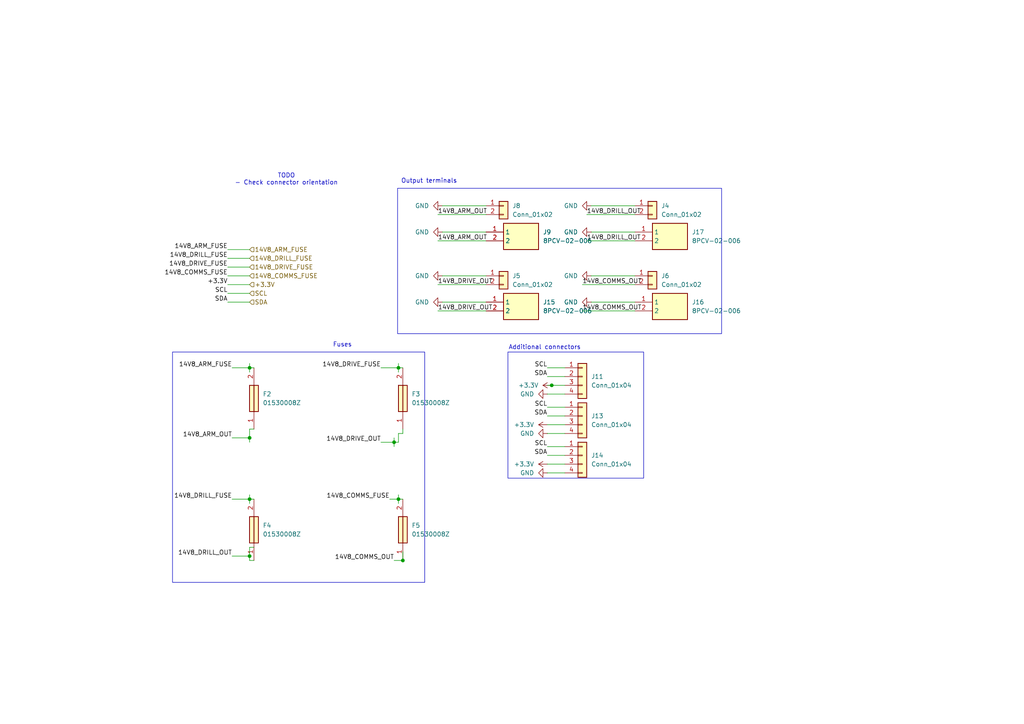
<source format=kicad_sch>
(kicad_sch (version 20250114) (generator "eeschema") (generator_version "9.0")
  (paper "A4")
  (lib_symbols
    (symbol "01530008Z:01530008Z" (pin_names (hide yes))
      (property "Reference" "F" (at 13.97 6.35 0))
      (property "Value" "01530008Z" (at 13.97 3.81 0))
      (symbol "01530008Z_1_1"
        (rectangle (start 5.08 1.27) (end 12.7 -1.27) (stroke (width 0.254)) (fill (type background)))
        (polyline (pts (xy 5.08 0) (xy 12.7 0)) (stroke (width 0.254)))
        (pin passive line (at 0 0 0) (length 5.08) (name "1") (number "1"))
        (pin passive line (at 17.78 0 180) (length 5.08) (name "2") (number "2"))
      )
    )
    (symbol "8PCV-02-006:8PCV-02-006"
      (property "Reference" "J" (at 16.51 7.62 0))
      (property "Value" "8PCV-02-006" (at 16.51 5.08 0))
      (symbol "8PCV-02-006_1_1"
        (rectangle (start 5.08 2.54) (end 15.24 -5.08) (stroke (width 0.254)) (fill (type background)))
        (pin passive line (at 0 0 0) (length 5.08) (name "1") (number "1"))
        (pin passive line (at 0 -2.54 0) (length 5.08) (name "2") (number "2"))
      )
    )
    (symbol "Connector_Generic:Conn_01x02" (pin_names (offset 1.016) (hide yes))
      (property "Reference" "J" (at 0 2.54 0))
      (property "Value" "Conn_01x02" (at 0 -5.08 0))
      (symbol "Conn_01x02_1_1"
        (rectangle (start -1.27 1.27) (end 1.27 -3.81) (stroke (width 0.254)) (fill (type background)))
        (rectangle (start -1.27 0.127) (end 0 -0.127) (stroke (width 0.1524)))
        (rectangle (start -1.27 -2.413) (end 0 -2.667) (stroke (width 0.1524)))
        (pin passive line (at -5.08 0 0) (length 3.81) (name "Pin_1") (number "1"))
        (pin passive line (at -5.08 -2.54 0) (length 3.81) (name "Pin_2") (number "2"))
      )
    )
    (symbol "Connector_Generic:Conn_01x04" (pin_names (offset 1.016) (hide yes))
      (property "Reference" "J" (at 0 5.08 0))
      (property "Value" "Conn_01x04" (at 0 -7.62 0))
      (symbol "Conn_01x04_1_1"
        (rectangle (start -1.27 3.81) (end 1.27 -6.35) (stroke (width 0.254)) (fill (type background)))
        (rectangle (start -1.27 2.667) (end 0 2.413) (stroke (width 0.1524)))
        (rectangle (start -1.27 0.127) (end 0 -0.127) (stroke (width 0.1524)))
        (rectangle (start -1.27 -2.413) (end 0 -2.667) (stroke (width 0.1524)))
        (rectangle (start -1.27 -4.953) (end 0 -5.207) (stroke (width 0.1524)))
        (pin passive line (at -5.08 2.54 0) (length 3.81) (name "Pin_1") (number "1"))
        (pin passive line (at -5.08 0 0) (length 3.81) (name "Pin_2") (number "2"))
        (pin passive line (at -5.08 -2.54 0) (length 3.81) (name "Pin_3") (number "3"))
        (pin passive line (at -5.08 -5.08 0) (length 3.81) (name "Pin_4") (number "4"))
      )
    )
    (symbol "power:+3.3V" (power) (pin_numbers (hide yes)) (pin_names (offset 0) (hide yes))
      (property "Value" "+3.3V" (at 0 3.556 0))
      (symbol "+3.3V_0_1"
        (polyline (pts (xy -0.762 1.27) (xy 0 2.54)))
        (polyline (pts (xy 0 2.54) (xy 0.762 1.27)))
        (polyline (pts (xy 0 0) (xy 0 2.54)))
      )
      (symbol "+3.3V_1_1"
        (pin power_in line (at 0 0 90) (length 0) (name "~") (number "1"))
      )
    )
    (symbol "power:GND" (power) (pin_numbers (hide yes)) (pin_names (offset 0) (hide yes))
      (property "Value" "GND" (at 0 -3.81 0))
      (symbol "GND_0_1"
        (polyline (pts (xy 0 0) (xy 0 -1.27) (xy 1.27 -1.27) (xy 0 -2.54) (xy -1.27 -1.27) (xy 0 -1.27)))
      )
      (symbol "GND_1_1"
        (pin power_in line (at 0 0 270) (length 0) (name "~") (number "1"))
      )
    )
  )
  (rectangle (start 115.316 54.61) (end 209.296 96.774))
  (rectangle (start 147.32 102.108) (end 186.69 138.684))
  (rectangle (start 50.038 102.108) (end 123.19 168.91))
  (text "Additional connectors" (at 157.988 100.838 0) (effects (font (size 1.27 1.27))))
  (text "Fuses" (at 99.314 100.076 0) (effects (font (size 1.27 1.27))))
  (text "TODO\n- Check connector orientation" (at 83.058 52.07 0) (effects (font (size 1.27 1.27))))
  (text "Output terminals" (at 124.46 52.578 0) (effects (font (size 1.27 1.27))))
  (junction (at 72.39 127))
  (junction (at 160.02 111.76))
  (junction (at 115.57 106.68))
  (junction (at 115.57 144.78))
  (junction (at 72.39 106.68))
  (junction (at 114.3 128.27))
  (junction (at 116.84 162.56))
  (junction (at 72.39 161.29))
  (junction (at 72.39 144.78))
  (wire (pts (xy 171.45 87.63) (xy 184.15 87.63)))
  (wire (pts (xy 66.04 77.47) (xy 72.39 77.47)))
  (wire (pts (xy 158.75 132.08) (xy 163.83 132.08)))
  (wire (pts (xy 72.39 106.68) (xy 73.66 106.68)))
  (wire (pts (xy 72.39 127) (xy 72.39 128.27)))
  (wire (pts (xy 115.57 143.51) (xy 115.57 144.78)))
  (wire (pts (xy 158.75 134.62) (xy 163.83 134.62)))
  (wire (pts (xy 114.3 128.27) (xy 110.49 128.27)))
  (wire (pts (xy 170.18 62.23) (xy 184.15 62.23)))
  (wire (pts (xy 115.57 105.41) (xy 115.57 106.68)))
  (wire (pts (xy 158.75 111.76) (xy 160.02 111.76)))
  (wire (pts (xy 66.04 80.01) (xy 72.39 80.01)))
  (wire (pts (xy 116.84 162.56) (xy 116.84 160.02)))
  (wire (pts (xy 115.57 106.68) (xy 116.84 106.68)))
  (wire (pts (xy 171.45 59.69) (xy 184.15 59.69)))
  (wire (pts (xy 168.91 90.17) (xy 184.15 90.17)))
  (wire (pts (xy 127 69.85) (xy 140.97 69.85)))
  (wire (pts (xy 113.03 144.78) (xy 115.57 144.78)))
  (wire (pts (xy 127 62.23) (xy 140.97 62.23)))
  (wire (pts (xy 66.04 87.63) (xy 72.39 87.63)))
  (wire (pts (xy 128.27 80.01) (xy 140.97 80.01)))
  (wire (pts (xy 158.75 125.73) (xy 163.83 125.73)))
  (wire (pts (xy 72.39 143.51) (xy 72.39 144.78)))
  (wire (pts (xy 115.57 144.78) (xy 115.57 146.05)))
  (wire (pts (xy 127 90.17) (xy 140.97 90.17)))
  (wire (pts (xy 72.39 158.75) (xy 72.39 161.29)))
  (wire (pts (xy 110.49 106.68) (xy 115.57 106.68)))
  (wire (pts (xy 114.3 127) (xy 114.3 128.27)))
  (wire (pts (xy 72.39 127) (xy 67.31 127)))
  (wire (pts (xy 171.45 80.01) (xy 184.15 80.01)))
  (wire (pts (xy 158.75 118.11) (xy 163.83 118.11)))
  (wire (pts (xy 66.04 72.39) (xy 72.39 72.39)))
  (wire (pts (xy 115.57 125.73) (xy 115.57 128.27)))
  (wire (pts (xy 72.39 161.29) (xy 67.31 161.29)))
  (wire (pts (xy 158.75 137.16) (xy 163.83 137.16)))
  (wire (pts (xy 115.57 125.73) (xy 116.84 125.73)))
  (wire (pts (xy 127 82.55) (xy 140.97 82.55)))
  (wire (pts (xy 158.75 120.65) (xy 163.83 120.65)))
  (wire (pts (xy 128.27 87.63) (xy 140.97 87.63)))
  (wire (pts (xy 114.3 128.27) (xy 114.3 129.54)))
  (wire (pts (xy 72.39 124.46) (xy 72.39 127)))
  (wire (pts (xy 115.57 144.78) (xy 116.84 144.78)))
  (wire (pts (xy 171.45 67.31) (xy 184.15 67.31)))
  (wire (pts (xy 66.04 74.93) (xy 72.39 74.93)))
  (wire (pts (xy 158.75 106.68) (xy 163.83 106.68)))
  (wire (pts (xy 115.57 128.27) (xy 114.3 128.27)))
  (wire (pts (xy 128.27 59.69) (xy 140.97 59.69)))
  (wire (pts (xy 67.31 106.68) (xy 72.39 106.68)))
  (wire (pts (xy 73.66 158.75) (xy 72.39 158.75)))
  (wire (pts (xy 73.66 124.46) (xy 72.39 124.46)))
  (wire (pts (xy 160.02 111.76) (xy 163.83 111.76)))
  (wire (pts (xy 158.75 114.3) (xy 163.83 114.3)))
  (wire (pts (xy 67.31 144.78) (xy 72.39 144.78)))
  (wire (pts (xy 115.57 106.68) (xy 115.57 107.95)))
  (wire (pts (xy 72.39 106.68) (xy 72.39 107.95)))
  (wire (pts (xy 168.91 82.55) (xy 184.15 82.55)))
  (wire (pts (xy 114.3 162.56) (xy 116.84 162.56)))
  (wire (pts (xy 72.39 162.56) (xy 73.66 162.56)))
  (wire (pts (xy 72.39 105.41) (xy 72.39 106.68)))
  (wire (pts (xy 128.27 67.31) (xy 140.97 67.31)))
  (wire (pts (xy 72.39 144.78) (xy 73.66 144.78)))
  (wire (pts (xy 72.39 144.78) (xy 72.39 146.05)))
  (wire (pts (xy 158.75 123.19) (xy 163.83 123.19)))
  (wire (pts (xy 170.18 69.85) (xy 184.15 69.85)))
  (wire (pts (xy 66.04 85.09) (xy 72.39 85.09)))
  (wire (pts (xy 116.84 125.73) (xy 116.84 124.46)))
  (wire (pts (xy 66.04 82.55) (xy 72.39 82.55)))
  (wire (pts (xy 158.75 129.54) (xy 163.83 129.54)))
  (wire (pts (xy 72.39 161.29) (xy 72.39 162.56)))
  (wire (pts (xy 158.75 109.22) (xy 163.83 109.22)))
  (label "SCL" (at 158.75 118.11 180))
  (label "14V8_DRILL_FUSE" (at 67.31 144.78 180))
  (label "SDA" (at 158.75 120.65 180))
  (label "SCL" (at 66.04 85.09 180))
  (label "14V8_COMMS_FUSE" (at 66.04 80.01 180))
  (label "14V8_DRIVE_OUT" (at 127 82.55 0))
  (label "14V8_ARM_OUT" (at 67.31 127 180))
  (label "SCL" (at 158.75 106.68 180))
  (label "14V8_COMMS_FUSE" (at 113.03 144.78 180))
  (label "+3.3V" (at 66.04 82.55 180))
  (label "14V8_COMMS_OUT" (at 114.3 162.56 180))
  (label "14V8_COMMS_OUT" (at 168.91 90.17 0))
  (label "SDA" (at 66.04 87.63 180))
  (label "SCL" (at 158.75 129.54 180))
  (label "14V8_DRILL_OUT" (at 170.18 69.85 0))
  (label "14V8_DRIVE_FUSE" (at 66.04 77.47 180))
  (label "14V8_DRIVE_OUT" (at 110.49 128.27 180))
  (label "14V8_DRILL_OUT" (at 170.18 62.23 0))
  (label "14V8_DRIVE_FUSE" (at 110.49 106.68 180))
  (label "SDA" (at 158.75 132.08 180))
  (label "SDA" (at 158.75 109.22 180))
  (label "14V8_DRIVE_OUT" (at 127 90.17 0))
  (label "14V8_ARM_OUT" (at 127 62.23 0))
  (label "14V8_DRILL_FUSE" (at 66.04 74.93 180))
  (label "14V8_ARM_FUSE" (at 67.31 106.68 180))
  (label "14V8_COMMS_OUT" (at 168.91 82.55 0))
  (label "14V8_ARM_FUSE" (at 66.04 72.39 180))
  (label "14V8_DRILL_OUT" (at 67.31 161.29 180))
  (label "14V8_ARM_OUT" (at 127 69.85 0))
  (hierarchical_label "SCL" (shape input) (at 72.39 85.09 0))
  (hierarchical_label "SDA" (shape input) (at 72.39 87.63 0))
  (hierarchical_label "14V8_ARM_FUSE" (shape input) (at 72.39 72.39 0))
  (hierarchical_label "14V8_DRILL_FUSE" (shape input) (at 72.39 74.93 0))
  (hierarchical_label "+3.3V" (shape input) (at 72.39 82.55 0))
  (hierarchical_label "14V8_DRIVE_FUSE" (shape input) (at 72.39 77.47 0))
  (hierarchical_label "14V8_COMMS_FUSE" (shape input) (at 72.39 80.01 0))
  (symbol (lib_id "power:GND") (at 128.27 80.01 270) (unit 1)
    (property "Reference" "#PWR08" (effects (hide yes)))
    (property "Value" "GND" (at 124.46 80.0099 90) (effects (justify right)))
    (property "Description" "Power symbol creates a global label with name \"GND\" , ground" (effects (hide yes)))
  )
  (symbol (lib_id "Connector_Generic:Conn_01x04") (at 168.91 109.22 0) (unit 1)
    (property "Reference" "J11" (at 171.45 109.2199 0) (effects (justify left)))
    (property "Value" "Conn_01x04" (at 171.45 111.7599 0) (effects (justify left)))
    (property "Footprint" "Connector_JST:JST_SH_BM04B-SRSS-TB_1x04-1MP_P1.00mm_Vertical" (effects (hide yes)))
    (property "Description" "Generic connector, single row, 01x04, script generated (kicad-library-utils/schlib/autogen/connector/)" (effects (hide yes)))
  )
  (symbol (lib_id "01530008Z:01530008Z") (at 116.84 124.46 90) (unit 1)
    (property "Reference" "F3" (at 119.38 114.2999 90) (effects (justify right)))
    (property "Value" "01530008Z" (at 119.38 116.8399 90) (effects (justify right)))
    (property "Footprint" "iprl_footprints:01530008" (effects (hide yes)))
    (property "Datasheet" "http://www.littelfuse.com/data/en/data_sheets/153_pcmount.pdf" (effects (hide yes)))
    (property "Description" "Mini fuseholder,15A 32V Littelfuse 15A PCB Mount Fuse Holder Automotive Fuse, 32 V" (effects (hide yes)))
    (property "Mouser Part Number" "576-01530008Z" (effects (hide yes)))
    (property "Mouser Price/Stock" "https://www.mouser.co.uk/ProductDetail/Littelfuse/01530008Z?qs=gu7KAQ731UQHzmSA1Of2BQ%3D%3D" (effects (hide yes)))
    (property "Manufacturer_Name" "LITTELFUSE" (effects (hide yes)))
    (property "Manufacturer_Part_Number" "01530008Z" (effects (hide yes)))
  )
  (symbol (lib_id "01530008Z:01530008Z") (at 73.66 162.56 90) (unit 1)
    (property "Reference" "F4" (at 76.2 152.3999 90) (effects (justify right)))
    (property "Value" "01530008Z" (at 76.2 154.9399 90) (effects (justify right)))
    (property "Footprint" "iprl_footprints:01530008" (effects (hide yes)))
    (property "Datasheet" "http://www.littelfuse.com/data/en/data_sheets/153_pcmount.pdf" (effects (hide yes)))
    (property "Description" "Mini fuseholder,15A 32V Littelfuse 15A PCB Mount Fuse Holder Automotive Fuse, 32 V" (effects (hide yes)))
    (property "Mouser Part Number" "576-01530008Z" (effects (hide yes)))
    (property "Mouser Price/Stock" "https://www.mouser.co.uk/ProductDetail/Littelfuse/01530008Z?qs=gu7KAQ731UQHzmSA1Of2BQ%3D%3D" (effects (hide yes)))
    (property "Manufacturer_Name" "LITTELFUSE" (effects (hide yes)))
    (property "Manufacturer_Part_Number" "01530008Z" (effects (hide yes)))
  )
  (symbol (lib_id "8PCV-02-006:8PCV-02-006") (at 140.97 87.63 0) (unit 1)
    (property "Reference" "J15" (at 157.48 87.6299 0) (effects (justify left)))
    (property "Value" "8PCV-02-006" (at 157.48 90.1699 0) (effects (justify left)))
    (property "Footprint" "8PCV02006" (effects (hide yes)))
    (property "Datasheet" "https://www.arrow.com/en/products/8pcv-02-006/te-connectivity" (effects (hide yes)))
    (property "Description" "Body Features: Primary Product Color Black | Barrier Strip Style Tri-Barrier | Product Orientation Vertical | Configuration Features: Number of Positions 2 | Number of Levels 1 | Number of Rows 1 | Contact Features: PCB Contact Termination Area Plating Material Tin | Contact Current Rating (Max) 30 AMP | Contact Base Material Copper Alloy | Dimensions: Wire Size 18  10 AWG | Wire Size .326  5.26 MMSQ | Product Length 24.07 MM | Product Length .948 INCH | Wire Size 22  10 AWG | Electrical Characteri" (effects (hide yes)))
    (property "Height" "19.558" (effects (hide yes)))
    (property "Manufacturer_Name" "TE Connectivity" (effects (hide yes)))
    (property "Manufacturer_Part_Number" "8PCV-02-006" (effects (hide yes)))
    (property "Mouser Part Number" "571-514376577" (effects (hide yes)))
    (property "Mouser Price/Stock" "https://www.mouser.co.uk/ProductDetail/TE-Connectivity/8PCV-02-006?qs=6We4yzourU1nzyAv3X5lew%3D%3D" (effects (hide yes)))
    (property "Arrow Part Number" "8PCV-02-006" (effects (hide yes)))
    (property "Arrow Price/Stock" "https://www.arrow.com/en/products/8pcv-02-006/te-connectivity?utm_currency=USD&region=nac" (effects (hide yes)))
  )
  (symbol (lib_id "8PCV-02-006:8PCV-02-006") (at 184.15 67.31 0) (unit 1)
    (property "Reference" "J17" (at 200.66 67.3099 0) (effects (justify left)))
    (property "Value" "8PCV-02-006" (at 200.66 69.8499 0) (effects (justify left)))
    (property "Footprint" "8PCV02006" (effects (hide yes)))
    (property "Datasheet" "https://www.arrow.com/en/products/8pcv-02-006/te-connectivity" (effects (hide yes)))
    (property "Description" "Body Features: Primary Product Color Black | Barrier Strip Style Tri-Barrier | Product Orientation Vertical | Configuration Features: Number of Positions 2 | Number of Levels 1 | Number of Rows 1 | Contact Features: PCB Contact Termination Area Plating Material Tin | Contact Current Rating (Max) 30 AMP | Contact Base Material Copper Alloy | Dimensions: Wire Size 18  10 AWG | Wire Size .326  5.26 MMSQ | Product Length 24.07 MM | Product Length .948 INCH | Wire Size 22  10 AWG | Electrical Characteri" (effects (hide yes)))
    (property "Height" "19.558" (effects (hide yes)))
    (property "Manufacturer_Name" "TE Connectivity" (effects (hide yes)))
    (property "Manufacturer_Part_Number" "8PCV-02-006" (effects (hide yes)))
    (property "Mouser Part Number" "571-514376577" (effects (hide yes)))
    (property "Mouser Price/Stock" "https://www.mouser.co.uk/ProductDetail/TE-Connectivity/8PCV-02-006?qs=6We4yzourU1nzyAv3X5lew%3D%3D" (effects (hide yes)))
    (property "Arrow Part Number" "8PCV-02-006" (effects (hide yes)))
    (property "Arrow Price/Stock" "https://www.arrow.com/en/products/8pcv-02-006/te-connectivity?utm_currency=USD&region=nac" (effects (hide yes)))
  )
  (symbol (lib_id "Connector_Generic:Conn_01x04") (at 168.91 120.65 0) (unit 1)
    (property "Reference" "J13" (at 171.45 120.6499 0) (effects (justify left)))
    (property "Value" "Conn_01x04" (at 171.45 123.1899 0) (effects (justify left)))
    (property "Footprint" "Connector_JST:JST_SH_BM04B-SRSS-TB_1x04-1MP_P1.00mm_Vertical" (effects (hide yes)))
    (property "Description" "Generic connector, single row, 01x04, script generated (kicad-library-utils/schlib/autogen/connector/)" (effects (hide yes)))
  )
  (symbol (lib_id "Connector_Generic:Conn_01x02") (at 146.05 80.01 0) (unit 1)
    (property "Reference" "J5" (at 148.59 80.0099 0) (effects (justify left)))
    (property "Value" "Conn_01x02" (at 148.59 82.5499 0) (effects (justify left)))
    (property "Footprint" "Connector_AMASS:AMASS_XT60PW-M_1x02_P7.20mm_Horizontal" (effects (hide yes)))
    (property "Description" "Generic connector, single row, 01x02, script generated (kicad-library-utils/schlib/autogen/connector/)" (effects (hide yes)))
  )
  (symbol (lib_id "Connector_Generic:Conn_01x02") (at 189.23 59.69 0) (unit 1)
    (property "Reference" "J4" (at 191.77 59.6899 0) (effects (justify left)))
    (property "Value" "Conn_01x02" (at 191.77 62.2299 0) (effects (justify left)))
    (property "Footprint" "Connector_AMASS:AMASS_XT60PW-M_1x02_P7.20mm_Horizontal" (effects (hide yes)))
    (property "Description" "Generic connector, single row, 01x02, script generated (kicad-library-utils/schlib/autogen/connector/)" (effects (hide yes)))
  )
  (symbol (lib_id "Connector_Generic:Conn_01x02") (at 189.23 80.01 0) (unit 1)
    (property "Reference" "J6" (at 191.77 80.0099 0) (effects (justify left)))
    (property "Value" "Conn_01x02" (at 191.77 82.5499 0) (effects (justify left)))
    (property "Footprint" "Connector_AMASS:AMASS_XT60PW-M_1x02_P7.20mm_Horizontal" (effects (hide yes)))
    (property "Description" "Generic connector, single row, 01x02, script generated (kicad-library-utils/schlib/autogen/connector/)" (effects (hide yes)))
  )
  (symbol (lib_id "Connector_Generic:Conn_01x02") (at 146.05 59.69 0) (unit 1)
    (property "Reference" "J8" (at 148.59 59.6899 0) (effects (justify left)))
    (property "Value" "Conn_01x02" (at 148.59 62.2299 0) (effects (justify left)))
    (property "Footprint" "Connector_AMASS:AMASS_XT60PW-M_1x02_P7.20mm_Horizontal" (effects (hide yes)))
    (property "Description" "Generic connector, single row, 01x02, script generated (kicad-library-utils/schlib/autogen/connector/)" (effects (hide yes)))
  )
  (symbol (lib_id "power:+3.3V") (at 158.75 134.62 90) (unit 1)
    (property "Reference" "#PWR070" (effects (hide yes)))
    (property "Value" "+3.3V" (at 154.94 134.6199 90) (effects (justify left)))
    (property "Description" "Power symbol creates a global label with name \"+3.3V\"" (effects (hide yes)))
  )
  (symbol (lib_id "power:GND") (at 171.45 59.69 270) (unit 1)
    (property "Reference" "#PWR07" (effects (hide yes)))
    (property "Value" "GND" (at 167.64 59.6899 90) (effects (justify right)))
    (property "Description" "Power symbol creates a global label with name \"GND\" , ground" (effects (hide yes)))
  )
  (symbol (lib_id "01530008Z:01530008Z") (at 116.84 162.56 90) (unit 1)
    (property "Reference" "F5" (at 119.38 152.3999 90) (effects (justify right)))
    (property "Value" "01530008Z" (at 119.38 154.9399 90) (effects (justify right)))
    (property "Footprint" "iprl_footprints:01530008" (effects (hide yes)))
    (property "Datasheet" "http://www.littelfuse.com/data/en/data_sheets/153_pcmount.pdf" (effects (hide yes)))
    (property "Description" "Mini fuseholder,15A 32V Littelfuse 15A PCB Mount Fuse Holder Automotive Fuse, 32 V" (effects (hide yes)))
    (property "Mouser Part Number" "576-01530008Z" (effects (hide yes)))
    (property "Mouser Price/Stock" "https://www.mouser.co.uk/ProductDetail/Littelfuse/01530008Z?qs=gu7KAQ731UQHzmSA1Of2BQ%3D%3D" (effects (hide yes)))
    (property "Manufacturer_Name" "LITTELFUSE" (effects (hide yes)))
    (property "Manufacturer_Part_Number" "01530008Z" (effects (hide yes)))
  )
  (symbol (lib_id "8PCV-02-006:8PCV-02-006") (at 140.97 67.31 0) (unit 1)
    (property "Reference" "J9" (at 157.48 67.3099 0) (effects (justify left)))
    (property "Value" "8PCV-02-006" (at 157.48 69.8499 0) (effects (justify left)))
    (property "Footprint" "8PCV02006" (effects (hide yes)))
    (property "Datasheet" "https://www.arrow.com/en/products/8pcv-02-006/te-connectivity" (effects (hide yes)))
    (property "Description" "Body Features: Primary Product Color Black | Barrier Strip Style Tri-Barrier | Product Orientation Vertical | Configuration Features: Number of Positions 2 | Number of Levels 1 | Number of Rows 1 | Contact Features: PCB Contact Termination Area Plating Material Tin | Contact Current Rating (Max) 30 AMP | Contact Base Material Copper Alloy | Dimensions: Wire Size 18  10 AWG | Wire Size .326  5.26 MMSQ | Product Length 24.07 MM | Product Length .948 INCH | Wire Size 22  10 AWG | Electrical Characteri" (effects (hide yes)))
    (property "Height" "19.558" (effects (hide yes)))
    (property "Manufacturer_Name" "TE Connectivity" (effects (hide yes)))
    (property "Manufacturer_Part_Number" "8PCV-02-006" (effects (hide yes)))
    (property "Mouser Part Number" "571-514376577" (effects (hide yes)))
    (property "Mouser Price/Stock" "https://www.mouser.co.uk/ProductDetail/TE-Connectivity/8PCV-02-006?qs=6We4yzourU1nzyAv3X5lew%3D%3D" (effects (hide yes)))
    (property "Arrow Part Number" "8PCV-02-006" (effects (hide yes)))
    (property "Arrow Price/Stock" "https://www.arrow.com/en/products/8pcv-02-006/te-connectivity?utm_currency=USD&region=nac" (effects (hide yes)))
  )
  (symbol (lib_id "power:GND") (at 171.45 80.01 270) (unit 1)
    (property "Reference" "#PWR04" (effects (hide yes)))
    (property "Value" "GND" (at 167.64 80.0099 90) (effects (justify right)))
    (property "Description" "Power symbol creates a global label with name \"GND\" , ground" (effects (hide yes)))
  )
  (symbol (lib_id "Connector_Generic:Conn_01x04") (at 168.91 132.08 0) (unit 1)
    (property "Reference" "J14" (at 171.45 132.0799 0) (effects (justify left)))
    (property "Value" "Conn_01x04" (at 171.45 134.6199 0) (effects (justify left)))
    (property "Footprint" "Connector_JST:JST_SH_BM04B-SRSS-TB_1x04-1MP_P1.00mm_Vertical" (effects (hide yes)))
    (property "Description" "Generic connector, single row, 01x04, script generated (kicad-library-utils/schlib/autogen/connector/)" (effects (hide yes)))
  )
  (symbol (lib_id "01530008Z:01530008Z") (at 73.66 124.46 90) (unit 1)
    (property "Reference" "F2" (at 76.2 114.2999 90) (effects (justify right)))
    (property "Value" "01530008Z" (at 76.2 116.8399 90) (effects (justify right)))
    (property "Footprint" "iprl_footprints:01530008" (effects (hide yes)))
    (property "Datasheet" "http://www.littelfuse.com/data/en/data_sheets/153_pcmount.pdf" (effects (hide yes)))
    (property "Description" "Mini fuseholder,15A 32V Littelfuse 15A PCB Mount Fuse Holder Automotive Fuse, 32 V" (effects (hide yes)))
    (property "Mouser Part Number" "576-01530008Z" (effects (hide yes)))
    (property "Mouser Price/Stock" "https://www.mouser.co.uk/ProductDetail/Littelfuse/01530008Z?qs=gu7KAQ731UQHzmSA1Of2BQ%3D%3D" (effects (hide yes)))
    (property "Manufacturer_Name" "LITTELFUSE" (effects (hide yes)))
    (property "Manufacturer_Part_Number" "01530008Z" (effects (hide yes)))
  )
  (symbol (lib_id "power:+3.3V") (at 158.75 123.19 90) (unit 1)
    (property "Reference" "#PWR069" (effects (hide yes)))
    (property "Value" "+3.3V" (at 154.94 123.1899 90) (effects (justify left)))
    (property "Description" "Power symbol creates a global label with name \"+3.3V\"" (effects (hide yes)))
  )
  (symbol (lib_id "power:GND") (at 171.45 87.63 270) (unit 1)
    (property "Reference" "#PWR055" (effects (hide yes)))
    (property "Value" "GND" (at 167.64 87.6299 90) (effects (justify right)))
    (property "Description" "Power symbol creates a global label with name \"GND\" , ground" (effects (hide yes)))
  )
  (symbol (lib_id "power:GND") (at 158.75 114.3 270) (unit 1)
    (property "Reference" "#PWR058" (effects (hide yes)))
    (property "Value" "GND" (at 154.94 114.2999 90) (effects (justify right)))
    (property "Description" "Power symbol creates a global label with name \"GND\" , ground" (effects (hide yes)))
  )
  (symbol (lib_id "power:GND") (at 128.27 87.63 270) (unit 1)
    (property "Reference" "#PWR053" (effects (hide yes)))
    (property "Value" "GND" (at 124.46 87.6299 90) (effects (justify right)))
    (property "Description" "Power symbol creates a global label with name \"GND\" , ground" (effects (hide yes)))
  )
  (symbol (lib_id "power:GND") (at 158.75 137.16 270) (unit 1)
    (property "Reference" "#PWR061" (effects (hide yes)))
    (property "Value" "GND" (at 154.94 137.1599 90) (effects (justify right)))
    (property "Description" "Power symbol creates a global label with name \"GND\" , ground" (effects (hide yes)))
  )
  (symbol (lib_id "power:GND") (at 128.27 59.69 270) (unit 1)
    (property "Reference" "#PWR05" (effects (hide yes)))
    (property "Value" "GND" (at 124.46 59.6899 90) (effects (justify right)))
    (property "Description" "Power symbol creates a global label with name \"GND\" , ground" (effects (hide yes)))
  )
  (symbol (lib_id "power:GND") (at 171.45 67.31 270) (unit 1)
    (property "Reference" "#PWR054" (effects (hide yes)))
    (property "Value" "GND" (at 167.64 67.3099 90) (effects (justify right)))
    (property "Description" "Power symbol creates a global label with name \"GND\" , ground" (effects (hide yes)))
  )
  (symbol (lib_id "power:+3.3V") (at 160.02 111.76 90) (unit 1)
    (property "Reference" "#PWR068" (effects (hide yes)))
    (property "Value" "+3.3V" (at 156.21 111.7599 90) (effects (justify left)))
    (property "Description" "Power symbol creates a global label with name \"+3.3V\"" (effects (hide yes)))
  )
  (symbol (lib_id "power:GND") (at 128.27 67.31 270) (unit 1)
    (property "Reference" "#PWR052" (effects (hide yes)))
    (property "Value" "GND" (at 124.46 67.3099 90) (effects (justify right)))
    (property "Description" "Power symbol creates a global label with name \"GND\" , ground" (effects (hide yes)))
  )
  (symbol (lib_id "power:GND") (at 158.75 125.73 270) (unit 1)
    (property "Reference" "#PWR059" (effects (hide yes)))
    (property "Value" "GND" (at 154.94 125.7299 90) (effects (justify right)))
    (property "Description" "Power symbol creates a global label with name \"GND\" , ground" (effects (hide yes)))
  )
  (symbol (lib_id "8PCV-02-006:8PCV-02-006") (at 184.15 87.63 0) (unit 1)
    (property "Reference" "J16" (at 200.66 87.6299 0) (effects (justify left)))
    (property "Value" "8PCV-02-006" (at 200.66 90.1699 0) (effects (justify left)))
    (property "Footprint" "8PCV02006" (effects (hide yes)))
    (property "Datasheet" "https://www.arrow.com/en/products/8pcv-02-006/te-connectivity" (effects (hide yes)))
    (property "Description" "Body Features: Primary Product Color Black | Barrier Strip Style Tri-Barrier | Product Orientation Vertical | Configuration Features: Number of Positions 2 | Number of Levels 1 | Number of Rows 1 | Contact Features: PCB Contact Termination Area Plating Material Tin | Contact Current Rating (Max) 30 AMP | Contact Base Material Copper Alloy | Dimensions: Wire Size 18  10 AWG | Wire Size .326  5.26 MMSQ | Product Length 24.07 MM | Product Length .948 INCH | Wire Size 22  10 AWG | Electrical Characteri" (effects (hide yes)))
    (property "Height" "19.558" (effects (hide yes)))
    (property "Manufacturer_Name" "TE Connectivity" (effects (hide yes)))
    (property "Manufacturer_Part_Number" "8PCV-02-006" (effects (hide yes)))
    (property "Mouser Part Number" "571-514376577" (effects (hide yes)))
    (property "Mouser Price/Stock" "https://www.mouser.co.uk/ProductDetail/TE-Connectivity/8PCV-02-006?qs=6We4yzourU1nzyAv3X5lew%3D%3D" (effects (hide yes)))
    (property "Arrow Part Number" "8PCV-02-006" (effects (hide yes)))
    (property "Arrow Price/Stock" "https://www.arrow.com/en/products/8pcv-02-006/te-connectivity?utm_currency=USD&region=nac" (effects (hide yes)))
  )
)
</source>
